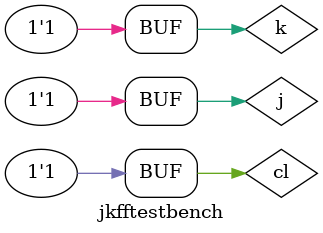
<source format=v>
module jkff2(j,k,q,cl);
input j,k,cl;
output q;

reg q;
always@(posedge cl)
	case({j,k})
	
	2'b00:q<=q;
	2'b01:q<=1'b0;
	2'b10:q<=1'b1;
	2'b11:q<=(~q);
	
	endcase
endmodule 

module jkfftestbench;
reg j,k,cl;
wire q;
jkff2 DUT(j,k,q,cl);
initial 
begin

#10 cl=0; j=0; k=0;
#10 cl=1; j=0; k=1;
#10 cl=0; j=1; k=0;
#10 cl=1; j=1; k=1;
#100;
end
endmodule 
</source>
